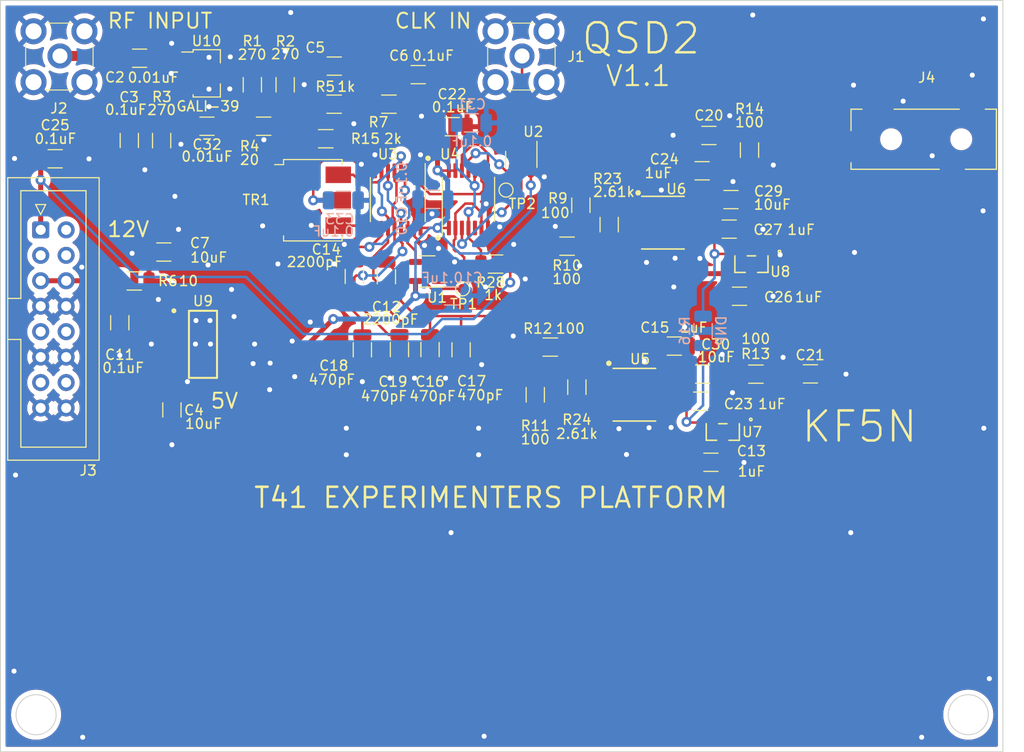
<source format=kicad_pcb>
(kicad_pcb (version 20221018) (generator pcbnew)
  (title_block (title "QSD Divide by Two") (date "2023-07-26"))
  (layers (0 "F.Cu" jumper) (31 "B.Cu" signal) (36 "B.SilkS" user "B.Silkscreen") (37 "F.SilkS" user "F.Silkscreen") (38 "B.Mask" user) (39 "F.Mask" user) (44 "Edge.Cuts" user))
  (net 0 "")
  (net 1 "GND")
  (net 2 "Net-(C2-Pad1)")
  (net 3 "/5V_FILT")
  (net 4 "/12V_FILT")
  (net 5 "Net-(U3-1B2)")
  (net 6 "Net-(U3-1B3)")
  (net 7 "Net-(U3-1B1)")
  (net 8 "Net-(U3-1B4)")
  (net 9 "/SET")
  (net 10 "Net-(C20-Pad2)")
  (net 11 "Net-(C21-Pad2)")
  (net 12 "Net-(C29-Pad2)")
  (net 13 "Net-(C30-Pad2)")
  (net 14 "/12_0V")
  (net 21 "/CLK1")
  (net 23 "/CLK2")
  (net 24 "/LO_Q")
  (net 25 "/LO_I")
  (net 26 "/FB1")
  (net 27 "/FB2")
  (net 29 "/PREN")
  (net 30 "Net-(U3-1A)")
  (net 31 "Net-(C32-Pad2)")
  (net 32 "Net-(U3-2A)")
  (net 33 "/REF_I")
  (net 34 "/REF_Q")
  (net 35 "Net-(U6-VOUT)")
  (net 36 "Net-(U5-VOUT)")
  (net 37 "Net-(U6-IN-)")
  (net 38 "Net-(U6-IN+)")
  (net 39 "Net-(U5-IN-)")
  (net 40 "Net-(U5-IN+)")
  (net 41 "Net-(R23-Pad1)")
  (net 42 "Net-(R23-Pad2)")
  (net 43 "Net-(R24-Pad1)")
  (net 44 "Net-(R24-Pad2)")
  (net 45 "Net-(C2-Pad2)")
  (net 46 "Net-(C32-Pad1)")
  (net 47 "Net-(R2-Pad1)")
  (net 49 "Net-(C33-Pad2)")
  (net 53 "Net-(C5-Pad2)")
  (footprint "Capacitor_SMD:C_1206_3216Metric" (layer "F.Cu") (at 132.5 46.15)
    (fp_text reference "C5")
    (fp_text value "0.1uF")
  )
  (footprint "Resistor_SMD:R_1206_3216Metric" (layer "F.Cu") (at 173.925 54.5375 90)
    (fp_text reference "R14")
    (fp_text value "100")
  )
  (footprint "Resistor_SMD:R_1206_3216Metric" (layer "F.Cu") (at 112.55 67.6)
    (fp_text reference "R6")
    (fp_text value "10")
  )
  (footprint "Resistor_SMD:R_1206_3216Metric" (layer "F.Cu") (at 137.95 49.95)
    (fp_text reference "R7")
    (fp_text value "1k")
  )
  (footprint "Package_TO_SOT_SMD:SOT-23-5" (layer "F.Cu") (at 141.7455 66.651 180)
    (fp_text reference "U1")
    (fp_text value "SN74LVC1G14DBV" hide)
  )
  (footprint "Capacitor_SMD:C_1206_3216Metric" (layer "F.Cu") (at 134.5 67.15 90)
    (fp_text reference "C14")
    (fp_text value "2200pF")
  )
  (footprint "Resistor_SMD:R_1206_3216Metric" (layer "F.Cu") (at 154.05 74.2)
    (fp_text reference "R12")
    (fp_text value "100")
  )
  (footprint "Capacitor_SMD:C_1206_3216Metric" (layer "F.Cu") (at 171.9 62.425)
    (fp_text reference "C27")
    (fp_text value "1uF")
  )
  (footprint "Capacitor_SMD:C_1206_3216Metric" (layer "F.Cu") (at 115.495 64.71)
    (fp_text reference "C7")
    (fp_text value "10uF")
  )
  (footprint "Capacitor_SMD:C_1206_3216Metric" (layer "F.Cu") (at 169.25 76.9)
    (fp_text reference "C30")
    (fp_text value "10uF")
  )
  (footprint "Capacitor_SMD:C_1206_3216Metric" (layer "F.Cu") (at 113.075 45.3625)
    (fp_text reference "C2")
    (fp_text value "0.01uF")
  )
  (footprint "Resistor_SMD:R_1206_3216Metric" (layer "F.Cu") (at 157.1 60.0375 90)
    (fp_text reference "R9")
    (fp_text value "100")
  )
  (footprint "Resistor_SMD:R_1206_3216Metric" (layer "F.Cu") (at 127.6 48.0125 90)
    (fp_text reference "R2")
    (fp_text value "270")
  )
  (footprint "Capacitor_SMD:C_1206_3216Metric" (layer "F.Cu") (at 172.075 59.475)
    (fp_text reference "C29")
    (fp_text value "10uF")
  )
  (footprint "Package_TO_SOT_SMD:SOT-89-3" (layer "F.Cu") (at 119.775 46.875)
    (fp_text reference "U10")
    (fp_text value "GALI-39")
  )
  (footprint "Resistor_SMD:R_1206_3216Metric" (layer "F.Cu") (at 132.4875 49.95)
    (fp_text reference "R5")
    (fp_text value "1k")
  )
  (footprint "Capacitor_SMD:C_1206_3216Metric" (layer "F.Cu") (at 169.2 56.6)
    (fp_text reference "C24")
    (fp_text value "1uF")
  )
  (footprint "Package_SO:TSSOP-16_4.4x5mm_P0.65mm" (layer "F.Cu") (at 138.833 59.476 -90)
    (fp_text reference "U3")
    (fp_text value "SN74CBT3253" hide)
  )
  (footprint "Resistor_SMD:R_1206_3216Metric" (layer "F.Cu") (at 159.925 61.975 90)
    (fp_text reference "R23")
    (fp_text value "2.61k")
  )
  (footprint "AD8129ARZ:R_8_ADI" (layer "F.Cu") (at 165.2862 61.78)
    (fp_text reference "U6")
    (fp_text value "AD8226ARZ-R7")
  )
  (footprint "digikey-footprints:RF_SMA_Vertical_5-1814832-1" (layer "F.Cu") (at 105.035 45.212)
    (fp_text reference "J2")
    (fp_text value "5-1814832-1" hide)
  )
  (footprint "AD8129ARZ:R_8_ADI" (layer "F.Cu") (at 162.4388 78.955)
    (fp_text reference "U5")
    (fp_text value "AD8226ARZ-R7")
  )
  (footprint "Resistor_SMD:R_1206_3216Metric" (layer "F.Cu") (at 156.7 78.2 -90)
    (fp_text reference "R24")
    (fp_text value "2.61k")
  )
  (footprint "AP2120N:SOT-23_DIO" (layer "F.Cu") (at 171.2595 82.677 180)
    (fp_text reference "U7")
    (fp_text value "AP2120N-2.5TRG1" hide)
  )
  (footprint "Package_SO:TSSOP-14_4.4x5mm_P0.65mm" (layer "F.Cu") (at 145.883 59.446 90)
    (fp_text reference "U4")
    (fp_text value "SN74AC74PW" hide)
  )
  (footprint "Resistor_SMD:R_1206_3216Metric" (layer "F.Cu") (at 115.275 53.5875 90)
    (fp_text reference "R3")
    (fp_text value "270")
  )
  (footprint "Capacitor_SMD:C_1206_3216Metric" (layer "F.Cu") (at 137.7 67.175 -90)
    (fp_text reference "C12")
    (fp_text value "2200pF")
  )
  (footprint "Capacitor_SMD:C_1206_3216Metric" (layer "F.Cu") (at 104.65 55.4)
    (fp_text reference "C25")
    (fp_text value "0.1uF")
  )
  (footprint "digikey-footprints:RF_SMA_Vertical_5-1814832-1" (layer "F.Cu") (at 151.13 45.212)
    (fp_text reference "J1")
    (fp_text value "5-1814832-1" hide)
  )
  (footprint "Capacitor_SMD:C_1206_3216Metric" (layer "F.Cu") (at 142.05 74.45 -90)
    (fp_text reference "C16")
    (fp_text value "470pF")
  )
  (footprint "16TSOP:DCY0004A_N" (layer "F.Cu") (at 119.4 73.925)
    (fp_text reference "U9")
    (fp_text value "UA78M05IDCYR")
  )
  (footprint "SJ-3524-SMT:CUI_SJ-3524-SMT" (layer "F.Cu") (at 195.0515 53.45 180)
    (fp_text reference "J4")
    (fp_text value "SJ-3524-SMT" hide)
  )
  (footprint "Capacitor_SMD:C_1206_3216Metric" (layer "F.Cu") (at 140.875 47 180)
    (fp_text reference "C6")
    (fp_text value "0.1uF")
  )
  (footprint "Resistor_SMD:R_1206_3216Metric" (layer "F.Cu") (at 124.325 48.0125 90)
    (fp_text reference "R1")
    (fp_text value "270")
  )
  (footprint "Capacitor_SMD:C_1206_3216Metric" (layer "F.Cu") (at 169.05 79.6)
    (fp_text reference "C23")
    (fp_text value "1uF")
  )
  (footprint "TestPoint:TestPoint_Pad_D1.0mm" (layer "F.Cu") (at 149.633 58.526 90)
    (fp_text reference "TP2")
    (fp_text value "TestPoint" hide)
  )
  (footprint "AP2120N:SOT-23_DIO" (layer "F.Cu") (at 174.117 65.919999 180)
    (fp_text reference "U8")
    (fp_text value "AP2120N-2.5TRG1" hide)
  )
  (footprint "Resistor_SMD:R_1206_3216Metric" (layer "F.Cu") (at 131.65 53.4 180)
    (fp_text reference "R15")
    (fp_text value "2k")
  )
  (footprint "Capacitor_SMD:C_1206_3216Metric" (layer "F.Cu") (at 172.925 69.125)
    (fp_text reference "C26")
    (fp_text value "1uF")
  )
  (footprint "Capacitor_SMD:C_1206_3216Metric" (layer "F.Cu") (at 119.8 52.15)
    (fp_text reference "C32")
    (fp_text value "0.01uF")
  )
  (footprint "Resistor_SMD:R_1206_3216Metric" (layer "F.Cu") (at 148.59 65.913 180)
    (fp_text reference "R28")
    (fp_text value "1k")
  )
  (footprint "Resistor_SMD:R_1206_3216Metric" (layer "F.Cu") (at 174.5625 76.9 180)
    (fp_text reference "R13")
    (fp_text value "100")
  )
  (footprint "Capacitor_SMD:C_1206_3216Metric" (layer "F.Cu") (at 166.425 74.1)
    (fp_text reference "C15")
    (fp_text value "1uF")
  )
  (footprint "Capacitor_SMD:C_1206_3216Metric" (layer "F.Cu") (at 144.272 52.197 180)
    (fp_text reference "C22")
    (fp_text value "0.1uF")
  )
  (footprint "Capacitor_SMD:C_1206_3216Metric" (layer "F.Cu") (at 145.15 74.475 -90)
    (fp_text reference "C17")
    (fp_text value "470pF")
  )
  (footprint "Capacitor_SMD:C_1206_3216Metric" (layer "F.Cu") (at 180 76.875 180)
    (fp_text reference "C21")
    (fp_text value "Not used" hide)
  )
  (footprint "Resistor_SMD:R_1206_3216Metric" (layer "F.Cu") (at 155.725 64.125)
    (fp_text reference "R10")
    (fp_text value "100")
  )
  (footprint "Capacitor_SMD:C_1206_3216Metric" (layer "F.Cu") (at 112.05 53.575 -90)
    (fp_text reference "C3")
    (fp_text value "0.1uF")
  )
  (footprint "Package_TO_SOT_SMD:SOT-23-5" (layer "F.Cu") (at 151.158 55.4635 -90)
    (fp_text reference "U2")
    (fp_text value "SN74LVC1G14DBV" hide)
  )
  (footprint "TestPoint:TestPoint_Pad_D1.0mm" (layer "F.Cu") (at 145.303 68.386 -90)
    (fp_text reference "TP1")
    (fp_text value "TestPoint" hide)
  )
  (footprint "Capacitor_SMD:C_1206_3216Metric" (layer "F.Cu") (at 169.875 53.075)
    (fp_text reference "C20")
    (fp_text value "Not used" hide)
  )
  (footprint "RF_Mini-Circuits:Mini-Circuits_CD637_H5.23mm" (layer "F.Cu") (at 130.36 59.54)
    (fp_text reference "TR1")
    (fp_text value "ADT4-6T" hide)
  )
  (footprint "Capacitor_SMD:C_1206_3216Metric" (layer "F.Cu") (at 135.3 74.475 -90)
    (fp_text reference "C18")
    (fp_text value "470pF")
  )
  (footprint "Capacitor_SMD:C_1206_3216Metric" (layer "F.Cu") (at 139 74.45 -90)
    (fp_text reference "C19")
    (fp_text value "470pF")
  )
  (footprint "Resistor_SMD:R_1206_3216Metric" (layer "F.Cu") (at 125.45 52.15)
    (fp_text reference "R4")
    (fp_text value "20")
  )
  (footprint "Resistor_SMD:R_1206_3216Metric" (layer "F.Cu") (at 152.55 78.9625 -90)
    (fp_text reference "R11")
    (fp_text value "100")
  )
  (footprint "Capacitor_SMD:C_1206_3216Metric" (layer "F.Cu") (at 111.1 71.77 -90)
    (fp_text reference "C11")
    (fp_text value "0.1uF")
  )
  (footprint "Capacitor_SMD:C_1206_3216Metric" (layer "F.Cu") (at 116.3 80.475 -90)
    (fp_text reference "C4")
    (fp_text value "10uF")
  )
  (footprint "Connector_IDC:IDC-Header_2x08_P2.54mm_Vertical" (layer "F.Cu") (at 103.21 62.5)
    (fp_text reference "J3")
    (fp_text value "Conn_02x08_Odd_Even" hide)
  )
  (footprint "Capacitor_SMD:C_1206_3216Metric" (layer "F.Cu") (at 170.075 85.7)
    (fp_text reference "C13")
    (fp_text value "1uF")
  )
  (footprint "Capacitor_SMD:C_1206_3216Metric" (layer "B.Cu") (at 133.4 59.55 180)
    (fp_text reference "C33")
    (fp_text value "0.1uF")
  )
  (footprint "Capacitor_SMD:C_1206_3216Metric" (layer "B.Cu") (at 144.194 69.088 180)
    (fp_text reference "C1")
    (fp_text value "0.1uF")
  )
  (footprint "Capacitor_SMD:C_1206_3216Metric" (layer "B.Cu") (at 142.333 59.451)
    (fp_text reference "C10")
    (fp_text value "0.1uF")
  )
  (footprint "Capacitor_SMD:C_1206_3216Metric" (layer "B.Cu") (at 146.177 51.816 180)
    (fp_text reference "C31")
    (fp_text value "0.1uF")
  )
  (footprint "Resistor_SMD:R_1206_3216Metric" (layer "B.Cu") (at 169.291 72.5825 -90)
    (fp_text reference "R16")
    (fp_text value "DNP")
  )
  (gr_circle (center 142.85 63.3) (end 143.05 63.3) (stroke (width 0.15)) (fill solid) (layer "F.SilkS"))
  (gr_circle (center 162.814 58.801) (end 163.014 58.801) (stroke (width 0.15)) (fill solid) (layer "F.SilkS"))
  (gr_circle (center 159.893 75.819) (end 160.093 75.819) (stroke (width 0.15)) (fill solid) (layer "F.SilkS"))
  (gr_circle (center 141.85 55.35) (end 142.05 55.35) (stroke (width 0.15)) (fill solid) (layer "F.SilkS"))
  (gr_circle (center 195.75 110.9) (end 197.75 110.9) (stroke (width 0.1)) (fill none) (layer "Edge.Cuts"))
  (gr_rect (start 99.2 39.6) (end 199.2 114.6) (stroke (width 0.1)) (fill none) (layer "Edge.Cuts"))
  (gr_circle (center 102.75 110.9) (end 104.75 110.9) (stroke (width 0.1)) (fill none) (layer "Edge.Cuts"))
  (gr_text "V1.1" (at 159.45 48.3) (layer "F.SilkS") (effects (font (size 2 2) (thickness 0.2)) (justify left bottom)))
  (gr_text "CLK IN" (at 138.41 42.51) (layer "F.SilkS") (effects (font (size 1.5 1.5) (thickness 0.2)) (justify left bottom)))
  (gr_text "12V" (at 109.75 63.32) (layer "F.SilkS") (effects (font (size 1.5 1.5) (thickness 0.2)) (justify left bottom)))
  (gr_text "T41 EXPERIMENTERS PLATFORM" (at 124.35 90.4) (layer "F.SilkS") (effects (font (size 2 2) (thickness 0.25)) (justify left bottom)))
  (gr_text "QSD2" (at 157 45.15) (layer "F.SilkS") (effects (font (size 3 3) (thickness 0.25)) (justify left bottom)))
  (gr_text "5V" (at 120.05 80.45) (layer "F.SilkS") (effects (font (size 1.5 1.5) (thickness 0.2)) (justify left bottom)))
  (gr_text "KF5N" (at 178.95 83.9) (layer "F.SilkS") (effects (font (size 3 3) (thickness 0.25)) (justify left bottom)))
  (gr_text "RF INPUT" (at 109.76 42.51) (layer "F.SilkS") (effects (font (size 1.5 1.5) (thickness 0.2)) (justify left bottom)))
  (segment (start 140.458 61.142) (end 140.75 60.85) (width 0.25) (layer "F.Cu") (net 1))
  (segment (start 147.833 62.3085) (end 147.833 63.633) (width 0.25) (layer "F.Cu") (net 1))
  (segment (start 141.108 55.008) (end 141.1 55) (width 0.25) (layer "F.Cu") (net 1))
  (segment (start 142.883 65.701) (end 144.499 65.701) (width 0.25) (layer "F.Cu") (net 1))
  (segment (start 149.2 62.7) (end 149.2 62.3) (width 0.25) (layer "F.Cu") (net 1))
  (segment (start 140.75 60.85) (end 142.2 60.85) (width 0.25) (layer "F.Cu") (net 1))
  (segment (start 147.833 60.083) (end 147.65 59.9) (width 0.25) (layer "F.Cu") (net 1))
  (segment (start 136.558 55.008) (end 136.55 55) (width 0.25) (layer "F.Cu") (net 1))
  (segment (start 140.458 62.3385) (end 140.458 61.142) (width 0.25) (layer "F.Cu") (net 1))
  (segment (start 147.833 63.633) (end 148.05 63.85) (width 0.25) (layer "F.Cu") (net 1))
  (segment (start 140.458 63.108) (end 141.4 64.05) (width 0.25) (layer "F.Cu") (net 1))
  (segment (start 141.4 64.05) (end 141.5 64.05) (width 0.25) (layer "F.Cu") (net 1))
  (segment (start 142.2 60.85) (end 142.25 60.9) (width 0.25) (layer "F.Cu") (net 1))
  (segment (start 147.833 62.3085) (end 147.833 60.083) (width 0.25) (layer "F.Cu") (net 1))
  (segment (start 144.499 65.701) (end 144.5 65.7) (width 0.25) (layer "F.Cu") (net 1))
  (segment (start 140.458 62.3385) (end 140.458 63.108) (width 0.25) (layer "F.Cu") (net 1))
  (segment (start 141.108 56.6135) (end 141.108 55.008) (width 0.25) (layer "F.Cu") (net 1))
  (segment (start 148.05 63.85) (end 149.2 62.7) (width 0.25) (layer "F.Cu") (net 1))
  (segment (start 136.558 56.6135) (end 136.558 55.008) (width 0.25) (layer "F.Cu") (net 1))
  (via (at 120 45.275) (size 1) (drill 0.5) (layers "F.Cu" "B.Cu") (net 1))
  (via (at 142.25 60.9) (size 1) (drill 0.5) (layers "F.Cu" "B.Cu") (net 1))
  (via (at 122.075 48.425) (size 1) (drill 0.5) (layers "F.Cu" "B.Cu") (net 1))
  (via (at 150.4 63.95) (size 1) (drill 0.5) (layers "F.Cu" "B.Cu") (net 1))
  (via (at 184.025 92.725) (size 1) (drill 0.5) (layers "F.Cu" "B.Cu") (net 1))
  (via (at 133.7 82.3) (size 1) (drill 0.5) (layers "F.Cu" "B.Cu") (net 1))
  (via (at 112.33 64.84) (size 1) (drill 0.5) (layers "F.Cu" "B.Cu") (net 1))
  (via (at 197.85 107.3) (size 1) (drill 0.5) (layers "F.Cu" "B.Cu") (net 1))
  (via (at 126.1 75.8) (size 1) (drill 0.5) (layers "F.Cu" "B.Cu") (net 1))
  (via (at 156.98 66.09) (size 1) (drill 0.5) (layers "F.Cu" "B.Cu") (net 1))
  (via (at 172.275 57.675) (size 1) (drill 0.5) (layers "F.Cu" "B.Cu") (net 1))
  (via (at 150.35 73.1) (size 1) (drill 0.5) (layers "F.Cu" "B.Cu") (net 1))
  (via (at 142.9 64.35) (size 1) (drill 0.5) (layers "F.Cu" "B.Cu") (net 1))
  (via (at 108.03 55.41) (size 1) (drill 0.5) (layers "F.Cu" "B.Cu") (net 1))
  (via (at 166.1 82.225) (size 1) (drill 0.5) (layers "F.Cu" "B.Cu") (net 1))
  (via (at 116.96 62.45) (size 1) (drill 0.5) (layers "F.Cu" "B.Cu") (net 1))
  (via (at 166.37 68.199) (size 1) (drill 0.5) (layers "F.Cu" "B.Cu") (net 1))
  (via (at 133.5 63.95) (size 1) (drill 0.5) (layers "F.Cu" "B.Cu") (net 1))
  (via (at 141.5 64.05) (size 1) (drill 0.5) (layers "F.Cu" "B.Cu") (net 1))
  (via (at 114.95 69.45) (size 1) (drill 0.5) (layers "F.Cu" "B.Cu") (net 1))
  (via (at 166.3 53.05) (size 1) (drill 0.5) (layers "F.Cu" "B.Cu") (net 1))
  (via (at 161.65 84.925) (size 1) (drill 0.5) (layers "F.Cu" "B.Cu") (net 1))
  (via (at 175.26 62.44) (size 1) (drill 0.5) (layers "F.Cu" "B.Cu") (net 1))
  (via (at 122.5 71.15) (size 1) (drill 0.5) (layers "F.Cu" "B.Cu") (net 1))
  (via (at 143.6 77.3) (size 1) (drill 0.5) (layers "F.Cu" "B.Cu") (net 1))
  (via (at 124.4 75.85) (size 1) (drill 0.5) (layers "F.Cu" "B.Cu") (net 1))
  (via (at 135.3 77.65) (size 1) (drill 0.5) (layers "F.Cu" "B.Cu") (net 1))
  (via (at 197.225 60.6) (size 1) (drill 0.5) (layers "F.Cu" "B.Cu") (net 1))
  (via (at 196.15 47.05) (size 1) (drill 0.5) (layers "F.Cu" "B.Cu") (net 1))
  (via (at 120 50.2) (size 1) (drill 0.5) (layers "F.Cu" "B.Cu") (net 1))
  (via (at 191.1 113.15) (size 1) (drill 0.5) (layers "F.Cu" "B.Cu") (net 1))
  (via (at 111.1 75.02) (size 1) (drill 0.5) (layers "F.Cu" "B.Cu") (net 1))
  (via (at 118.7 71.55) (size 1) (drill 0.5) (layers "F.Cu" "B.Cu") (net 1))
  (via (at 176.98 64.99) (size 1) (drill 0.5) (layers "F.Cu" "B.Cu") (net 1))
  (via (at 177.275 75.225) (size 1) (drill 0.5) (layers "F.Cu" "B.Cu") (net 1))
  (via (at 132.5 65.9) (size 1) (drill 0.5) (layers "F.Cu" "B.Cu") (net 1))
  (via (at 147.2 75.95) (size 1) (drill 0.5) (layers "F.Cu" "B.Cu") (net 1))
  (via (at 114.25 73.9) (size 1) (drill 0.5) (layers "F.Cu" "B.Cu") (net 1))
  (via (at 126.875 65.9) (size 1) (drill 0.5) (layers "F.Cu" "B.Cu") (net 1))
  (via (at 160.9 82.35) (size 1) (drill 0.5) (layers "F.Cu" "B.Cu") (net 1))
  (via (at 117.2 53.95) (size 1) (drill 0.5) (layers "F.Cu" "B.Cu") (net 1))
  (via (at 125.35 62.1) (size 1) (drill 0.5) (layers "F.Cu" "B.Cu") (net 1))
  (via (at 135.2 55.95) (size 1) (drill 0.5) (layers "F.Cu" "B.Cu") (net 1))
  (via (at 119.9 66) (size 1) (drill 0.5) (layers "F.Cu" "B.Cu") (net 1))
  (via (at 100.6 55.375) (size 1) (drill 0.5) (layers "F.Cu" "B.Cu") (net 1))
  (via (at 151.55 67.4) (size 1) (drill 0.5) (layers "F.Cu" "B.Cu") (net 1))
  (via (at 116.6 59.15) (size 1) (drill 0.5) (layers "F.Cu" "B.Cu") (net 1))
  (via (at 163.9 82.25) (size 1) (drill 0.5) (layers "F.Cu" "B.Cu") (net 1))
  (via (at 173.37 85.72) (size 1) (drill 0.5) (layers "F.Cu" "B.Cu") (net 1))
  (via (at 116.275 43.875) (size 1) (drill 0.5) (layers "F.Cu" "B.Cu") (net 1))
  (via (at 172.225 78.75) (size 1) (drill 0.5) (layers "F.Cu" "B.Cu") (net 1))
  (via (at 117.85 77.65) (size 1) (drill 0.5) (layers "F.Cu" "B.Cu") (net 1))
  (via (at 174.25 41.05) (size 1) (drill 0.5) (layers "F.Cu" "B.Cu") (net 1))
  (via (at 147.65 59.9) (size 1) (drill 0.5) (layers "F.Cu" "B.Cu") (net 1))
  (via (at 184.3 48.05) (size 1) (drill 0.5) (layers "F.Cu" "B.Cu") (net 1))
  (via (at 100.7 86.975) (size 1) (drill 0.5) (layers "F.Cu" "B.Cu") (net 1))
  (via (at 133.7 84.95) (size 1) (drill 0.5) (layers "F.Cu" "B.Cu") (net 1))
  (via (at 138.05 77.3) (size 1) (drill 0.5) (layers "F.Cu" "B.Cu") (net 1))
  (via (at 153.45 57.2) (size 1) (drill 0.5) (layers "F.Cu" "B.Cu") (net 1))
  (via (at 120.15 73.9) (size 1) (drill 0.5) (layers "F.Cu" "B.Cu") (net 1))
  (via (at 141.2 51.15) (size 1) (drill 0.5) (layers "F.Cu" "B.Cu") (net 1))
  (via (at 125.475 53.5) (size 1) (drill 0.5) (layers "F.Cu" "B.Cu") (net 1))
  (via (at 128.55 77.15) (size 1) (drill 0.5) (layers "F.Cu" "B.Cu") (net 1))
  (via (at 107.4 113.15) (size 1) (drill 0.5) (layers "F.Cu" "B.Cu") (net 1))
  (via (at 130.1 71.7) (size 1) (drill 0.5) (layers "F.Cu" "B.Cu") (net 1))
  (via (at 184.4 64.75) (size 1) (drill 0.5) (layers "F.Cu" "B.Cu") (net 1))
  (via (at 116.225 46.875) (size 1) (drill 0.5) (layers "F.Cu" "B.Cu") (net 1))
  (via (at 118.65 73.9) (size 1) (drill 0.5) (layers "F.Cu" "B.Cu") (net 1))
  (via (at 183.55 76.9) (size 1) (drill 0.5) (layers "F.Cu" "B.Cu") (net 1))
  (via (at 116.3 83.95) (size 1) (drill 0.5) (layers "F.Cu" "B.Cu") (net 1))
  (via (at 107.31 66.22) (size 1) (drill 0.5) (layers "F.Cu" "B.Cu") (net 1))
  (via (at 128.15 40.8) (size 1) (drill 0.5) (layers "F.Cu" "B.Cu") (net 1))
  (via (at 144.15 92.725) (size 1) (drill 0.5) (layers "F.Cu" "B.Cu") (net 1))
  (via (at 146.9 84.95) (size 1) (drill 0.5) (layers "F.Cu" "B.Cu") (net 1))
  (via (at 144.5 65.7) (size 1) (drill 0.5) (layers "F.Cu" "B.Cu") (net 1))
  (via (at 124.55 73.9) (size 1) (drill 0.5) (layers "F.Cu" "B.Cu") (net 1))
  (via (at 171.196 74.93) (size 1) (drill 0.5) (layers "F.Cu" "B.Cu") (net 1))
  (via (at 140.5 77.3) (size 1) (drill 0.5) (layers "F.Cu" "B.Cu") (net 1))
  (via (at 147.45 113.05) (size 1) (drill 0.5) (layers "F.Cu" "B.Cu") (net 1))
  (via (at 163.65 65.75) (size 1) (drill 0.5) (layers "F.Cu" "B.Cu") (net 1))
  (via (at 197.26 41.44) (size 1) (drill 0.5) (layers "F.Cu" "B.Cu") (net 1))
  (via (at 163.44 75.58) (size 1) (drill 0.5) (layers "F.Cu" "B.Cu") (net 1))
  (via (at 176.3 56.03) (size 1) (drill 0.5) (layers "F.Cu" "B.Cu") (net 1))
  (via (at 146.9 82.3) (size 1) (drill 0.5) (layers "F.Cu" "B.Cu") (net 1))
  (via (at 128.3 73.6) (size 1) (drill 0.5) (layers "F.Cu" "B.Cu") (net 1))
  (via (at 166.5 65.325) (size 1) (drill 0.5) (layers "F.Cu" "B.Cu") (net 1))
  (via (at 189.25 49.65) (size 1) (drill 0.5) (layers "F.Cu" "B.Cu") (net 1))
  (via (at 176.27 69.13) (size 1) (drill 0.5) (layers "F.Cu" "B.Cu") (net 1))
  (via (at 120.1 71.55) (size 1) (drill 0.5) (layers "F.Cu" "B.Cu") (net 1))
  (via (at 197.3 82.3) (size 1) (drill 0.5) (layers "F.Cu" "B.Cu") (net 1))
  (via (at 127.6 44.65) (size 1) (drill 0.5) (layers "F.Cu" "B.Cu") (net 1))
  (via (at 129.5 48) (size 1) (drill 0.5) (layers "F.Cu" "B.Cu") (net 1))
  (via (at 168.975 65.35) (size 1) (drill 0.5) (layers "F.Cu" "B.Cu") (net 1))
  (via (at 192.15 55.1) (size 1) (drill 0.5) (layers "F.Cu" "B.Cu") (net 1))
  (via (at 171.95 51.1) (size 1) (drill 0.5) (layers "F.Cu" "B.Cu") (net 1))
  (via (at 122.125 45.225) (size 1) (drill 0.5) (layers "F.Cu" "B.Cu") (net 1))
  (via (at 130.2 62.05) (size 1) (drill 0.5) (layers "F.Cu" "B.Cu") (net 1))
  (via (at 113.6 56.5) (size 1) (drill 0.5) (layers "F.Cu" "B.Cu") (net 1))
  (via (at 147.6 68.2) (size 1) (drill 0.5) (layers "F.Cu" "B.Cu") (net 1))
  (via (at 134.45 51.9) (size 1) (drill 0.5) (layers "F.Cu" "B.Cu") (net 1))
  (via (at 100.55 106.55) (size 1) (drill 0.5) (layers "F.Cu" "B.Cu") (net 1))
  (via (at 141.1 55) (size 1) (drill 0.5) (layers "F.Cu" "B.Cu") (net 1))
  (via (at 167.45 72.2) (size 1) (drill 0.5) (layers "F.Cu" "B.Cu") (net 1))
  (via (at 136.55 55) (size 1) (drill 0.5) (layers "F.Cu" "B.Cu") (net 1))
  (via (at 122.25 68.45) (size 1) (drill 0.5) (layers "F.Cu" "B.Cu") (net 1))
  (via (at 154.55 62.15) (size 1) (drill 0.5) (layers "F.Cu" "B.Cu") (net 1))
  (via (at 149 62.2) (size 1) (drill 0.5) (layers "F.Cu" "B.Cu") (net 1))
  (via (at 126.05 78.45) (size 1) (drill 0.5) (layers "F.Cu" "B.Cu") (net 1))
  (via (at 165.125 58.525) (size 1) (drill 0.5) (layers "F.Cu" "B.Cu") (net 1))
  (via (at 120 48.45) (size 1) (drill 0.5) (layers "F.Cu" "B.Cu") (net 1))
  (segment (start 111.3745 45.137) (end 111.6 45.3625) (width 1) (layer "F.Cu") (net 2))
  (segment (start 105.135 45.137) (end 111.3745 45.137) (width 1) (layer "F.Cu") (net 2))
  (segment (start 164.960001 66.864999) (end 164.95 66.875) (width 0.5) (layer "F.Cu") (net 3))
  (segment (start 116.3 76.25) (end 116.275 76.225) (width 0.5) (layer "F.Cu") (net 3))
  (segment (start 171.449999 66.864999) (end 174.117 66.864999) (width 0.5) (layer "F.Cu") (net 3))
  (segment (start 116.3 79) (end 116.3 76.25) (width 0.5) (layer "F.Cu") (net 3))
  (segment (start 164.95 66.875) (end 164.95 74.1) (width 0.5) (layer "F.Cu") (net 3))
  (segment (start 167.75 59.875) (end 167.75 56.625) (width 0.5) (layer "F.Cu") (net 3))
  (segment (start 152.108 58.042) (end 152.1 58.05) (width 0.25) (layer "F.Cu") (net 3))
  (segment (start 142.8085 62.3085) (end 142.8 62.3) (width 0.25) (layer "F.Cu") (net 3))
  (segment (start 144.583 56.5835) (end 143.933 56.5835) (width 0.25) (layer "F.Cu") (net 3))
  (segment (start 140.608 69.092) (end 140.6 69.1) (width 0.5) (layer "F.Cu") (net 3))
  (segment (start 142.6835 56.5835) (end 142.65 56.55) (width 0.25) (layer "F.Cu") (net 3))
  (segment (start 168.6 85.7) (end 168.599999 83.639999) (width 0.5) (layer "F.Cu") (net 3))
  (segment (start 142.797 50.303) (end 142.797 52.197) (width 0.25) (layer "F.Cu") (net 3))
  (segment (start 142.8 50.3) (end 142.797 50.303) (width 0.25) (layer "F.Cu") (net 3))
  (segment (start 171.449999 66.864999) (end 171.45 69.125) (width 0.5) (layer "F.Cu") (net 3))
  (segment (start 168.599999 83.639999) (end 162.625 83.639999) (width 0.5) (layer "F.Cu") (net 3))
  (segment (start 164.95 65.3) (end 164.95 66.875) (width 0.5) (layer "F.Cu") (net 3))
  (segment (start 168.617998 83.622) (end 168.599999 83.639999) (width 0.5) (layer "F.Cu") (net 3))
  (segment (start 126.65 77.15) (end 126.1 77.15) (width 0.5) (layer "F.Cu") (net 3))
  (segment (start 165.2 65.05) (end 164.95 65.3) (width 0.5) (layer "F.Cu") (net 3))
  (segment (start 164.9026 77.05) (end 162.625 77.05) (width 0.5) (layer "F.Cu") (net 3))
  (segment (start 143.933 56.5835) (end 142.6835 56.5835) (width 0.25) (layer "F.Cu") (net 3))
  (segment (start 152.108 56.601) (end 152.108 58.042) (width 0.25) (layer "F.Cu") (net 3))
  (segment (start 139.4 49.9375) (end 139.4125 49.95) (width 0.25) (layer "F.Cu") (net 3))
  (segment (start 142.797 52.197) (end 142.797 56.403) (width 0.5) (layer "F.Cu") (net 3))
  (segment (start 142.797 56.403) (end 142.65 56.55) (width 0.5) (layer "F.Cu") (net 3))
  (segment (start 162.625 83.639999) (end 133.139999 83.639999) (width 0.5) (layer "F.Cu") (net 3))
  (segment (start 171.2595 83.622) (end 168.617998 83.622) (width 0.5) (layer "F.Cu") (net 3))
  (segment (start 164.9026 77.05) (end 164.9026 74.1474) (width 0.5) (layer "F.Cu") (net 3))
  (segment (start 141.1465 62.3) (end 141.108 62.3385) (width 0.25) (layer "F.Cu") (net 3))
  (segment (start 132.4 71.4) (end 126.65 77.15) (width 0.5) (layer "F.Cu") (net 3))
  (segment (start 164.9026 74.1474) (end 164.95 74.1) (width 0.5) (layer "F.Cu") (net 3))
  (segment (start 165.2 59.875) (end 165.2 65.05) (width 0.5) (layer "F.Cu") (net 3))
  (segment (start 142.8 62.3) (end 141.1465 62.3) (width 0.25) (layer "F.Cu") (net 3))
  (segment (start 167.75 56.625) (end 167.725 56.6) (width 0.5) (layer "F.Cu") (net 3))
  (segment (start 139.4 47) (end 139.4 49.9375) (width 0.5) (layer "F.Cu") (net 3))
  (segment (start 120.7 77.15) (end 126.1 77.15) (width 0.5) (layer "F.Cu") (net 3))
  (segment (start 116.275 76.225) (end 119.775 76.225) (width 0.5) (layer "F.Cu") (net 3))
  (segment (start 143.933 62.3085) (end 142.8085 62.3085) (width 0.25) (layer "F.Cu") (net 3))
  (segment (start 171.449999 66.864999) (end 164.960001 66.864999) (width 0.5) (layer "F.Cu") (net 3))
  (segment (start 167.75 59.875) (end 165.2 59.875) (width 0.5) (layer "F.Cu") (net 3))
  (segment (start 162.625 77.05) (end 162.625 83.639999) (width 0.5) (layer "F.Cu") (net 3))
  (segment (start 140.608 67.601) (end 140.608 69.092) (width 0.5) (layer "F.Cu") (net 3))
  (segment (start 142.45 49.95) (end 142.8 50.3) (width 0.25) (layer "F.Cu") (net 3))
  (segment (start 139.4125 49.95) (end 142.45 49.95) (width 0.25) (layer "F.Cu") (net 3))
  (segment (start 133.139999 83.639999) (end 126.65 77.15) (width 0.5) (layer "F.Cu") (net 3))
  (segment (start 119.775 76.225) (end 120.7 77.15) (width 0.5) (layer "F.Cu") (net 3))
  (via (at 132.4 71.4) (size 1) (drill 0.5) (layers "F.Cu" "B.Cu") (net 3))
  (via (at 142.8 62.3) (size 1) (drill 0.5) (layers "F.Cu" "B.Cu") (net 3))
  (via (at 140.6 69.1) (size 1) (drill 0.5) (layers "F.Cu" "B.Cu") (net 3))
  (via (at 152.1 58.05) (size 1) (drill 0.5) (layers "F.Cu" "B.Cu") (net 3))
  (via (at 142.8 56.55) (size 1) (drill 0.5) (layers "F.Cu" "B.Cu") (net 3))
  (segment (start 143.808 59.451) (end 143.808 57.558) (width 0.5) (layer "B.Cu") (net 3))
  (segment (start 142.8 62.3) (end 142.05 62.3) (width 0.25) (layer "B.Cu") (net 3))
  (segment (start 143.4 62.9) (end 142.8 62.3) (width 0.25) (layer "B.Cu") (net 3))
  (segment (start 143.808 57.558) (end 142.8 56.55) (width 0.5) (layer "B.Cu") (net 3))
  (segment (start 140.6 63.75) (end 140.6 69.1) (width 0.25) (layer "B.Cu") (net 3))
  (segment (start 152.1 60.566727) (end 147.816727 64.85) (width 0.25) (layer "B.Cu") (net 3))
  (segment (start 152.1 58.05) (end 152.1 60.566727) (width 0.25) (layer "B.Cu") (net 3))
  (segment (start 147.816727 64.85) (end 145 64.85) (width 0.25) (layer "B.Cu") (net 3))
  (segment (start 143.808 61.292) (end 142.8 62.3) (width 0.5) (layer "B.Cu") (net 3))
  (segment (start 145 64.85) (end 143.4 63.25) (width 0.25) (layer "B.Cu") (net 3))
  (segment (start 132.4 71.4) (end 138.3 71.4) (width 0.5) (layer "B.Cu") (net 3))
  (segment (start 138.3 71.4) (end 140.6 69.1) (width 0.5) (layer "B.Cu") (net 3))
  (segment (start 142.05 62.3) (end 140.6 63.75) (width 0.25) (layer "B.Cu") (net 3))
  (segment (start 142.707 69.1) (end 142.719 69.088) (width 0.5) (layer "B.Cu") (net 3))
  (segment (start 143.808 59.451) (end 143.808 61.292) (width 0.5) (layer "B.Cu") (net 3))
  (segment (start 140.6 69.1) (end 142.707 69.1) (width 0.5) (layer "B.Cu") (net 3))
  (segment (start 143.4 63.25) (end 143.4 62.9) (width 0.25) (layer "B.Cu") (net 3))
  (segment (start 114.02 59.98) (end 115.275 58.725) (width 0.5) (layer "F.Cu") (net 4))
  (segment (start 115.275 58.725) (end 115.275 55.05) (width 0.5) (layer "F.Cu") (net 4))
  (segment (start 114.0125 67.6) (end 114.0125 64.7175) (width 0.5) (layer "F.Cu") (net 4))
  (segment (start 115.47 67.6) (end 114.0125 67.6) (width 0.5) (layer "F.Cu") (net 4))
  (segment (start 115.275 55.05) (end 112.05 55.05) (width 0.5) (layer "F.Cu") (net 4))
  (segment (start 116.275 68.385) (end 115.48 67.59) (width 0.5) (layer "F.Cu") (net 4))
  (segment (start 114.0125 64.7175) (end 114.02 64.71) (width 0.5) (layer "F.Cu") (net 4))
  (segment (start 116.275 71.625) (end 116.275 68.385) (width 0.5) (layer "F.Cu") (net 4))
  (segment (start 115.48 67.59) (end 115.47 67.6) (width 0.5) (layer "F.Cu") (net 4))
  (segment (start 114.02 64.71) (end 114.02 59.98) (width 0.5) (layer "F.Cu") (net 4))
  (segment (start 138.508 57.591273) (end 138.7 57.783273) (width 0.25) (layer "F.Cu") (net 5))
  (segment (start 137.7 64.7) (end 137.7 65.7) (width 0.25) (layer "F.Cu") (net 5))
  (segment (start 145.15 73) (end 145.15 71.1) (width 0.25) (layer "F.Cu") (net 5))
  (segment (start 149.55 71.058272) (end 149.55 71.1) (width 0.25) (layer "F.Cu") (net 5))
  (segment (start 154.25 66.358272) (end 154.25 64.1375) (width 0.25) (layer "F.Cu") (net 5))
  (segment (start 138.7 57.783273) (end 138.7 59.65) (width 0.25) (layer "F.Cu") (net 5))
  (segment (start 154.25 66.358272) (end 149.55 71.058272) (width 0.25) (layer "F.Cu") (net 5))
  (segment (start 154.25 64.1375) (end 154.2625 64.125) (width 0.25) (layer "F.Cu") (net 5))
  (segment (start 138.508 61.374727) (end 138.508 62.3385) (width 0.25) (layer "F.Cu") (net 5))
  (segment (start 139.15 67.15) (end 139.15 69.6) (width 0.25) (layer "F.Cu") (net 5))
  (segment (start 140.65 71.1) (end 145.15 71.1) (width 0.25) (layer "F.Cu") (net 5))
  (segment (start 138.325 60.025) (end 138.325 61.191727) (width 0.25) (layer "F.Cu") (net 5))
  (segment (start 138.325 61.191727) (end 138.508 61.374727) (width 0.25) (layer "F.Cu") (net 5))
  (segment (start 138.508 56.6135) (end 138.508 57.591273) (width 0.25) (layer "F.Cu") (net 5))
  (segment (start 145.15 71.1) (end 149.55 71.1) (width 0.25) (layer "F.Cu") (net 5))
  (segment (start 138.7 59.65) (end 138.325 60.025) (width 0.25) (layer "F.Cu") (net 5))
  (segment (start 138.508 63.892) (end 137.7 64.7) (width 0.25) (layer "F.Cu") (net 5))
  (segment (start 137.7 65.7) (end 139.15 67.15) (width 0.25) (layer "F.Cu") (net 5))
  (segment (start 139.15 69.6) (end 140.65 71.1) (width 0.25) (layer "F.Cu") (net 5))
  (segment (start 138.508 62.3385) (end 138.508 63.892) (width 0.25) (layer "F.Cu") (net 5))
  (segment (start 142.05 71.6) (end 139.05 71.6) (width 0.25) (layer "F.Cu") (net 6))
  (segment (start 142.05 72.975) (end 142.05 71.6) (width 0.25) (layer "F.Cu") (net 6))
  (segment (start 142.05 74.1) (end 142.05 72.975) (width 0.25) (layer "F.Cu") (net 6))
  (segment (start 152.4 69.375) (end 147.675 74.1) (width 0.25) (layer "F.Cu") (net 6))
  (segment (start 137.858 62.3385) (end 137.858 61.258) (width 0.25) (layer "F.Cu") (net 6))
  (segment (start 137.858 62.3385) (end 137.858 63.7469) (width 0.25) (layer "F.Cu") (net 6))
  (segment (start 152.425 69.375) (end 152.4 69.375) (width 0.25) (layer "F.Cu") (net 6))
  (segment (start 139.05 71.6) (end 137.7 70.25) (width 0.25) (layer "F.Cu") (net 6))
  (segment (start 147.675 74.1) (end 142.05 74.1) (width 0.25) (layer "F.Cu") (net 6))
  (segment (start 139.158 55.158) (end 139.15 55.15) (width 0.25) (layer "F.Cu") (net 6))
  (segment (start 157.1 61.5) (end 155.95 61.5) (width 0.25) (layer "F.Cu") (net 6))
  (segment (start 155.75 66.05) (end 152.425 69.375) (width 0.25) (layer "F.Cu") (net 6))
  (segment (start 155.75 61.7) (end 155.75 66.05) (width 0.25) (layer "F.Cu") (net 6))
  (segment (start 136.4 67.35) (end 137.7 68.65) (width 0.25) (layer "F.Cu") (net 6))
  (segment (start 137.858 63.7469) (end 136.4 65.2049) (width 0.25) (layer "F.Cu") (net 6))
  (segment (start 136.4 65.2049) (end 136.4 67.35) (width 0.25) (layer "F.Cu") (net 6))
  (segment (start 155.95 61.5) (end 155.75 61.7) (width 0.25) (layer "F.Cu") (net 6))
  (segment (start 139.158 56.6135) (end 139.158 55.158) (width 0.25) (layer "F.Cu") (net 6))
  (segment (start 137.7 70.25) (end 137.7 68.65) (width 0.25) (layer "F.Cu") (net 6))
  (segment (start 137.858 61.258) (end 137.25 60.65) (width 0.25) (layer "F.Cu") (net 6))
  (via (at 139.15 55.15) (size 1) (drill 0.5) (layers "F.Cu" "B.Cu") (net 6))
  (via (at 137.25 60.65) (size 1) (drill 0.5) (layers "F.Cu" "B.Cu") (net 6))
  (segment (start 136.95 58.75) (end 137.25 59.05) (width 0.25) (layer "B.Cu") (net 6))
  (segment (start 137.25 59.05) (end 137.25 60.65) (width 0.25) (layer "B.Cu") (net 6))
  (segment (start 136.95 57.75) (end 139.15 55.55) (width 0.25) (layer "B.Cu") (net 6))
  (segment (start 139.15 55.55) (end 139.15 55.15) (width 0.25) (layer "B.Cu") (net 6))
  (segment (start 136.95 57.75) (end 136.95 58.75) (width 0.25) (layer "B.Cu") (net 6))
  (segment (start 135.35 67.05) (end 134.7 67.05) (width 0.25) (layer "F.Cu") (net 7))
  (segment (start 139.158 60.858) (end 139.15 60.85) (width 0.25) (layer "F.Cu") (net 7))
  (segment (start 139.158 62.3385) (end 139.158 60.858) (width 0.25) (layer "F.Cu") (net 7))
  (segment (start 139 72.975) (end 139 74.25) (width 0.25) (layer "F.Cu") (net 7))
  (segment (start 134.5 69.55) (end 137.925 72.975) (width 0.25) (layer "F.Cu") (net 7))
  (segment (start 137.858 58.092) (end 137.85 58.1) (width 0.25) (layer "F.Cu") (net 7))
  (segment (start 137.858 56.6135) (end 137.858 58.092) (width 0.25) (layer "F.Cu") (net 7))
  (segment (start 134.5 68.625) (end 134.5 69.55) (width 0.25) (layer "F.Cu") (net 7))
  (segment (start 139.158 62.3385) (end 139.158 63.708) (width 0.25) (layer "F.Cu") (net 7))
  (segment (start 150.8 74.2) (end 152.5875 74.2) (width 0.25) (layer "F.Cu") (net 7))
  (segment (start 139 74.25) (end 139.4 74.65) (width 0.25) (layer "F.Cu") (net 7))
  (segment (start 137.925 72.975) (end 139 72.975) (width 0.25) (layer "F.Cu") (net 7))
  (segment (start 134.7 67.05) (end 134.5 67.25) (width 0.25) (layer "F.Cu") (net 7))
  (segment (start 139.158 63.708) (end 139.3 63.85) (width 0.25) (layer "F.Cu") (net 7))
  (segment (start 139.3 63.85) (end 139.3 64.65) (width 0.25) (layer "F.Cu") (net 7))
  (segment (start 139.4 74.65) (end 150.35 74.65) (width 0.25) (layer "F.Cu") (net 7))
  (segment (start 134.5 67.25) (end 134.5 68.625) (width 0.25) (layer "F.Cu") (net 7))
  (segment (start 150.35 74.65) (end 150.8 74.2) (width 0.25) (layer "F.Cu") (net 7))
  (via (at 135.35 67.05) (size 1) (drill 0.5) (layers "F.Cu" "B.Cu") (net 7))
  (via (at 139.15 60.85) (size 1) (drill 0.5) (layers "F.Cu" "B.Cu") (net 7))
  (via (at 139.3 64.65) (size 1) (drill 0.5) (layers "F.Cu" "B.Cu") (net 7))
  (via (at 137.85 58.1) (size 1) (drill 0.5) (layers "F.Cu" "B.Cu") (net 7))
  (segment (start 136.45 67.05) (end 135.35 67.05) (width 0.25) (layer "B.Cu") (net 7))
  (segment (start 139.3 64.65) (end 136.9 67.05) (width 0.25) (layer "B.Cu") (net 7))
  (segment (start 139.15 60.85) (end 137.85 59.55) (width 0.25) (layer "B.Cu") (net 7))
  (segment (start 137.85 59.55) (end 137.85 58.1) (width 0.25) (layer "B.Cu") (net 7))
  (segment (start 136.9 67.05) (end 136.45 67.05) (width 0.25) (layer "B.Cu") (net 7))
  (segment (start 134.5 64.65) (end 134.5 65.675) (width 0.25) (layer "F.Cu") (net 8))
  (segment (start 139.808 57.442) (end 139.55 57.7) (width 0.25) (layer "F.Cu") (net 8))
  (segment (start 137.1 74.6) (end 137.1 78.5) (width 0.25) (layer "F.Cu") (net 8))
  (segment (start 135.3 73) (end 135.3 74.4) (width 0.25) (layer "F.Cu") (net 8))
  (segment (start 147.55 77.5) (end 152.55 77.5) (width 0.25) (layer "F.Cu") (net 8))
  (segment (start 146.55 78.5) (end 147.55 77.5) (width 0.25) (layer "F.Cu") (net 8))
  (segment (start 133.275 69.475) (end 135.3 71.5) (width 0.25) (layer "F.Cu") (net 8))
  (segment (start 139.55 57.7) (end 139.55 58.55) (width 0.25) (layer "F.Cu") (net 8))
  (segment (start 137.208 63.075999) (end 136.083999 64.2) (width 0.25) (layer "F.Cu") (net 8))
  (segment (start 135.3 74.4) (end 136.9 74.4) (width 0.25) (layer "F.Cu") (net 8))
  (segment (start 136.9 74.4) (end 137.1 74.6) (width 0.25) (layer "F.Cu") (net 8))
  (segment (start 137.1 78.5) (end 146.55 78.5) (width 0.25) (layer "F.Cu") (net 8))
  (segment (start 134.95 64.2) (end 134.5 64.65) (width 0.25) (layer "F.Cu") (net 8))
  (segment (start 139.808 56.6135) (end 139.808 57.442) (width 0.25) (layer "F.Cu") (net 8))
  (segment (start 136.083999 64.2) (end 136 64.2) (width 0.25) (layer "F.Cu") (net 8))
  (segment (start 133.275 66.9) (end 133.275 69.475) (width 0.25) (layer "F.Cu") (net 8))
  (segment (start 134.5 65.675) (end 133.275 66.9) (width 0.25) (layer "F.Cu") (net 8))
  (segment (start 137.208 62.3385) (end 137.208 63.075999) (width 0.25) (layer "F.Cu") (net 8))
  (segment (start 136 64.2) (end 134.95 64.2) (width 0.25) (layer "F.Cu") (net 8))
  (segment (start 135.3 71.5) (end 135.3 73) (width 0.25) (layer "F.Cu") (net 8))
  (via (at 139.55 58.55) (size 1) (drill 0.5) (layers "F.Cu" "B.Cu") (net 8))
  (via (at 136 64.2) (size 1) (drill 0.5) (layers "F.Cu" "B.Cu") (net 8))
  (segment (start 139.55 59.85) (end 139.55 58.55) (width 0.25) (layer "B.Cu") (net 8))
  (segment (start 136.3 63.9) (end 136 64.2) (width 0.25) (layer "B.Cu") (net 8))
  (segment (start 139.975 60.275) (end 139.55 59.85) (width 0.25) (layer "B.Cu") (net 8))
  (segment (start 139.975 61.191727) (end 139.975 60.275) (width 0.25) (layer "B.Cu") (net 8))
  (segment (start 137.266727 63.9) (end 136.3 63.9) (width 0.25) (layer "B.Cu") (net 8))
  (segment (start 137.266727 63.9) (end 139.975 61.191727) (width 0.25) (layer "B.Cu") (net 8))
  (segment (start 150.0525 67.7475) (end 150.05 67.75) (width 0.25) (layer "F.Cu") (net 9))
  (segment (start 103.21 57.535) (end 103.2 57.525) (width 0.5) (layer "F.Cu") (net 9))
  (segment (start 103.21 57.515) (end 103.21 55.435) (width 0.5) (layer "F.Cu") (net 9))
  (segment (start 103.2 57.525) (end 103.21 57.515) (width 0.5) (layer "F.Cu") (net 9))
  (segment (start 103.21 62.5) (end 103.21 57.535) (width 0.5) (layer "F.Cu") (net 9))
  (segment (start 103.21 55.435) (end 103.175 55.4) (width 0.25) (layer "F.Cu") (net 9))
  (segment (start 150.0525 65.913) (end 150.0525 67.7475) (width 0.25) (layer "F.Cu") (net 9))
  (via (at 150.05 67.75) (size 1) (drill 0.5) (layers "F.Cu" "B.Cu") (net 9))
  (via (at 103.2 57.525) (size 1) (drill 0.5) (layers "F.Cu" "B.Cu") (net 9))
  (segment (start 146.4 71.4) (end 143.25 71.4) (width 0.25) (layer "B.Cu") (net 9))
  (segment (start 150.05 67.75) (end 146.4 71.4) (width 0.25) (layer "B.Cu") (net 9))
  (segment (start 112.875 67.2) (end 103.2 57.525) (width 0.25) (layer "B.Cu") (net 9))
  (segment (start 141.75 72.9) (end 129.4 72.9) (width 0.25) (layer "B.Cu") (net 9))
  (segment (start 143.25 71.4) (end 141.75 72.9) (width 0.25) (layer "B.Cu") (net 9))
  (segment (start 129.4 72.9) (end 123.7 67.2) (width 0.25) (layer "B.Cu") (net 9))
  (segment (start 123.7 67.2) (end 112.875 67.2) (width 0.25) (layer "B.Cu") (net 9))
  (segment (start 103.21 62.5) (end 103.225 62.5) (width 0.25) (layer "B.Cu") (net 9))
  (segment (start 191.75 57.15) (end 190.95 56.35) (width 0.25) (layer "F.Cu") (net 10))
  (segment (start 188.15 46.85) (end 182.575 46.85) (width 0.25) (layer "F.Cu") (net 10))
  (segment (start 182.575 46.85) (end 182.5625 46.8375) (width 0.25) (layer "F.Cu") (net 10))
  (segment (start 177.7125 46.8375) (end 182.5625 46.8375) (width 0.25) (layer "F.Cu") (net 10))
  (segment (start 190.95 49.65) (end 188.15 46.85) (width 0.25) (layer "F.Cu") (net 10))
  (segment (start 173.925 53.075) (end 171.35 53.075) (width 0.25) (layer "F.Cu") (net 10))
  (segment (start 190.95 56.35) (end 190.95 49.65) (width 0.25) (layer "F.Cu") (net 10))
  (segment (start 173.925 53.075) (end 173.925 50.625) (width 0.25) (layer "F.Cu") (net 10))
  (segment (start 173.925 50.625) (end 177.7125 46.8375) (width 0.25) (layer "F.Cu") (net 10))
  (segment (start 194.1515 57.15) (end 191.75 57.15) (width 0.25) (layer "F.Cu") (net 10))
  (segment (start 176.05 76.875) (end 176.025 76.9) (width 0.5) (layer "F.Cu") (net 11))
  (segment (start 186.7515 49.75) (end 186.7515 51.9485) (width 0.25) (layer "F.Cu") (net 11))
  (segment (start 185.65 65.3) (end 178.525 72.425) (width 0.25) (layer "F.Cu") (net 11))
  (segment (start 185.65 53.05) (end 185.65 65.3) (width 0.25) (layer "F.Cu") (net 11))
  (segment (start 186.7515 51.9485) (end 185.65 53.05) (width 0.25) (layer "F.Cu") (net 11))
  (segment (start 178.525 76.875) (end 176.05 76.875) (width 0.5) (layer "F.Cu") (net 11))
  (segment (start 178.525 72.425) (end 178.525 76.875) (width 0.25) (layer "F.Cu") (net 11))
  (segment (start 173.55 56.375) (end 173.925 56) (width 0.25) (layer "F.Cu") (net 12))
  (segment (start 173.55 59.475) (end 173.55 56.375) (width 0.25) (layer "F.Cu") (net 12))
  (segment (start 170.725 76.9) (end 173.1 76.9) (width 0.5) (layer "F.Cu") (net 13))
  (segment (start 111.0875 70.2825) (end 111.1 70.295) (width 0.5) (layer "F.Cu") (net 14))
  (segment (start 105.75 67.58) (end 111.0675 67.58) (width 0.5) (layer "F.Cu") (net 14))
  (segment (start 111.0675 67.58) (end 111.0875 67.6) (width 0.5) (layer "F.Cu") (net 14))
  (segment (start 111.0875 67.6) (end 111.0875 70.2825) (width 0.5) (layer "F.Cu") (net 14))
  (segment (start 103.21 67.58) (end 105.75 67.58) (width 0.5) (layer "F.Cu") (net 14))
  (segment (start 151.158 58.792) (end 149.2 60.75) (width 0.25) (layer "F.Cu") (net 21))
  (segment (start 145.233 63.883) (end 145.25 63.9) (width 0.25) (layer "F.Cu") (net 21))
  (segment (start 151.158 54.326) (end 151.158 58.792) (width 0.25) (layer "F.Cu") (net 21))
  (segment (start 145.233 62.3085) (end 145.233 63.883) (width 0.25) (layer "F.Cu") (net 21))
  (segment (start 151.23 45.137) (end 151.23 54.254) (width 0.25) (layer "F.Cu") (net 21))
  (segment (start 151.23 54.254) (end 151.158 54.326) (width 0.25) (layer "F.Cu") (net 21))
  (via (at 145.25 63.9) (size 1) (drill 0.5) (layers "F.Cu" "B.Cu") (net 21))
  (via (at 149.2 60.75) (size 1) (drill 0.5) (layers "F.Cu" "B.Cu") (net 21))
  (segment (start 149.2 60.75) (end 148.4 60.75) (width 0.25) (layer "B.Cu") (net 21))
  (segment (start 148.4 60.75) (end 145.25 63.9) (width 0.25) (layer "B.Cu") (net 21))
  (segment (start 150.208 56.601) (end 149.601 56.601) (width 0.25) (layer "F.Cu") (net 23))
  (segment (start 145.883 55.567) (end 146.6 54.85) (width 0.25) (layer "F.Cu") (net 23))
  (segment (start 145.883 56.5835) (end 145.883 55.567) (width 0.25) (layer "F.Cu") (net 23))
  (segment (start 149.601 56.601) (end 148.95 55.95) (width 0.25) (layer "F.Cu") (net 23))
  (via (at 146.6 54.85) (size 1) (drill 0.5) (layers "F.Cu" "B.Cu") (net 23))
  (via (at 148.95 55.95) (size 1) (drill 0.5) (layers "F.Cu" "B.Cu") (net 23))
  (segment (start 147.85 54.85) (end 146.6 54.85) (width 0.25) (layer "B.Cu") (net 23))
  (segment (start 148.95 55.95) (end 147.85 54.85) (width 0.25) (layer "B.Cu") (net 23))
  (segment (start 140.458 57.350999) (end 142.032001 58.925) (width 0.25) (layer "F.Cu") (net 24))
  (segment (start 147.426 58.526) (end 147.027 58.925) (width 0.25) (layer "F.Cu") (net 24))
  (segment (start 142.032001 58.925) (end 146.9 58.925) (width 0.25) (layer "F.Cu") (net 24))
  (segment (start 149.633 58.526) (end 147.426 58.526) (width 0.25) (layer "F.Cu") (net 24))
  (segment (start 147.426 58.526) (end 147.4 58.5) (width 0.25) (layer "F.Cu") (net 24))
  (segment (start 140.458 56.6135) (end 140.458 57.350999) (width 0.25) (layer "F.Cu") (net 24))
  (segment (start 147.027 58.925) (end 146.9 58.925) (width 0.25) (layer "F.Cu") (net 24))
  (segment (start 147.183 56.5835) (end 147.183 57.616273) (width 0.25) (layer "F.Cu") (net 24))
  (segment (start 147.183 57.616273) (end 147.4 57.833273) (width 0.25) (layer "F.Cu") (net 24))
  (segment (start 147.4 57.833273) (end 147.4 58.5) (width 0.25) (layer "F.Cu") (net 24))
  (segment (start 140.608 65.701) (end 140.608 64.608) (width 0.25) (layer "F.Cu") (net 25))
  (segment (start 139.808 63.592) (end 139.808 62.3385) (width 0.25) (layer "F.Cu") (net 25))
  (segment (start 141.7 67.85) (end 141.7 65.85) (width 0.25) (layer "F.Cu") (net 25))
  (segment (start 145.303 68.386) (end 142.236 68.386) (width 0.25) (layer "F.Cu") (net 25))
  (segment (start 139.8 63.6) (end 139.808 63.592) (width 0.25) (layer "F.Cu") (net 25))
  (segment (start 141.551 65.701) (end 140.608 65.701) (width 0.25) (layer "F.Cu") (net 25))
  (segment (start 142.236 68.386) (end 141.7 67.85) (width 0.25) (layer "F.Cu") (net 25))
  (segment (start 139.8 63.8) (end 139.8 63.6) (width 0.25) (layer "F.Cu") (net 25))
  (segment (start 141.7 65.85) (end 141.551 65.701) (width 0.25) (layer "F.Cu") (net 25))
  (segment (start 140.608 64.608) (end 139.8 63.8) (width 0.25) (layer "F.Cu") (net 25))
  (segment (start 144.699 66.651) (end 142.883 66.651) (width 0.25) (layer "F.Cu") (net 26))
  (segment (start 144.7 66.65) (end 144.95 66.65) (width 0.25) (layer "F.Cu") (net 26))
  (segment (start 144.583 63.400273) (end 144.425 63.558273) (width 0.25) (layer "F.Cu") (net 26))
  (segment (start 146.275 59.875) (end 147.183 60.783) (width 0.25) (layer "F.Cu") (net 26))
  (segment (start 144.60009 64.633363) (end 144.425 64.458273) (width 0.25) (layer "F.Cu") (net 26))
  (segment (start 144.583 60.850273) (end 145.558273 59.875) (width 0.25) (layer "F.Cu") (net 26))
  (segment (start 145.1 64.9) (end 145.083273 64.9) (width 0.25) (layer "F.Cu") (net 26))
  (segment (start 144.425 63.558273) (end 144.425 64.458273) (width 0.25) (layer "F.Cu") (net 26))
  (segment (start 145.45 65.25) (end 145.1 64.9) (width 0.25) (layer "F.Cu") (net 26))
  (segment (start 144.7 66.65) (end 144.699 66.651) (width 0.25) (layer "F.Cu") (net 26))
  (segment (start 145.558273 59.875) (end 146.275 59.875) (width 0.25) (layer "F.Cu") (net 26))
  (segment (start 144.95 66.65) (end 145.45 66.15) (width 0.25) (layer "F.Cu") (net 26))
  (segment (start 144.583 62.3085) (end 144.583 63.400273) (width 0.25) (layer "F.Cu") (net 26))
  (segment (start 147.183 60.783) (end 147.183 62.3085) (width 0.25) (layer "F.Cu") (net 26))
  (segment (start 145.45 66.15) (end 145.45 65.25) (width 0.25) (layer "F.Cu") (net 26))
  (segment (start 144.583 62.3085) (end 144.583 60.850273) (width 0.25) (layer "F.Cu") (net 26))
  (segment (start 144.816636 64.633363) (end 144.60009 64.633363) (width 0.25) (layer "F.Cu") (net 26))
  (segment (start 145.083273 64.9) (end 144.816636 64.633363) (width 0.25) (layer "F.Cu") (net 26))
  (segment (start 145.233 56.5835) (end 145.233 55.050273) (width 0.25) (layer "F.Cu") (net 27))
  (segment (start 147.833 54.883) (end 147.833 56.5835) (width 0.25) (layer "F.Cu") (net 27))
  (segment (start 145.233 55.050273) (end 146.283273 54) (width 0.25) (layer "F.Cu") (net 27))
  (segment (start 146.283273 54) (end 146.95 54) (width 0.25) (layer "F.Cu") (net 27))
  (segment (start 146.95 54) (end 147.833 54.883) (width 0.25) (layer "F.Cu") (net 27))
  (segment (start 145.883 63.283) (end 147.1275 64.5275) (width 0.25) (layer "F.Cu") (net 29))
  (segment (start 145.883 62.3085) (end 145.883 63.283) (width 0.25) (layer "F.Cu") (net 29))
  (segment (start 146.5 56.6165) (end 146.533 56.5835) (width 0.25) (layer "F.Cu") (net 29))
  (segment (start 146.5 58.1) (end 146.5 56.6165) (width 0.25) (layer "F.Cu") (net 29))
  (segment (start 145.883 60.717) (end 145.9 60.7) (width 0.25) (layer "F.Cu") (net 29))
  (segment (start 147.1275 64.5275) (end 147.1275 65.913) (width 0.25) (layer "F.Cu") (net 29))
  (segment (start 145.883 62.3085) (end 145.883 60.717) (width 0.25) (layer "F.Cu") (net 29))
  (via (at 145.9 60.7) (size 1) (drill 0.5) (layers "F.Cu" "B.Cu") (net 29))
  (via (at 146.5 58.1) (size 1) (drill 0.5) (layers "F.Cu" "B.Cu") (net 29))
  (segment (start 144.702 56.302) (end 146.5 58.1) (width 0.25) (layer "B.Cu") (net 29))
  (segment (start 144.702 51.816) (end 144.702 56.302) (width 0.25) (layer "B.Cu") (net 29))
  (segment (start 145.9 60.7) (end 146.5 60.1) (width 0.25) (layer "B.Cu") (net 29))
  (segment (start 146.5 60.1) (end 146.5 58.1) (width 0.25) (layer "B.Cu") (net 29))
  (segment (start 134.4 57) (end 132.9 57) (width 0.25) (layer "F.Cu") (net 30))
  (segment (start 137.208 57.350999) (end 136.808999 57.75) (width 0.25) (layer "F.Cu") (net 30))
  (segment (start 136.65 57.75) (end 135.15 57.75) (width 0.25) (layer "F.Cu") (net 30))
  (segment (start 137.208 56.6135) (end 137.208 57.350999) (width 0.25) (layer "F.Cu") (net 30))
  (segment (start 136.808999 57.75) (end 136.65 57.75) (width 0.25) (layer "F.Cu") (net 30))
  (segment (start 135.15 57.75) (end 134.4 57) (width 0.25) (layer "F.Cu") (net 30))
  (segment (start 123.9875 52.15) (end 123.9875 49.8125) (width 0.5) (layer "F.Cu") (net 31))
  (segment (start 123.9875 49.8125) (end 124.325 49.475) (width 0.5) (layer "F.Cu") (net 31))
  (segment (start 121.275 52.15) (end 123.9875 52.15) (width 1) (layer "F.Cu") (net 31))
  (segment (start 136.558 62.3385) (end 134.8885 62.3385) (width 0.25) (layer "F.Cu") (net 32))
  (segment (start 134.63 62.08) (end 132.9 62.08) (width 0.25) (layer "F.Cu") (net 32))
  (segment (start 134.8885 62.3385) (end 134.63 62.08) (width 0.25) (layer "F.Cu") (net 32))
  (segment (start 164.9026 79.59) (end 167.565 79.59) (width 0.5) (layer "F.Cu") (net 33))
  (segment (start 170.234501 81.732001) (end 167.711001 81.732001) (width 0.25) (layer "F.Cu") (net 33))
  (segment (start 167.64 79.665) (end 167.575 79.6) (width 0.25) (layer "F.Cu") (net 33))
  (segment (start 167.565 79.59) (end 167.575 79.6) (width 0.5) (layer "F.Cu") (net 33))
  (segment (start 167.64 81.661) (end 167.64 79.665) (width 0.25) (layer "F.Cu") (net 33))
  (segment (start 167.711001 81.732001) (end 167.64 81.661) (width 0.25) (layer "F.Cu") (net 33))
  (segment (start 167.575 81.596) (end 167.64 81.661) (width 0.5) (layer "F.Cu") (net 33))
  (via (at 167.64 81.661) (size 1) (drill 0.5) (layers "F.Cu" "B.Cu") (net 33))
  (segment (start 167.64 81.661) (end 169.291 80.01) (width 0.25) (layer "B.Cu") (net 33))
  (segment (start 169.291 80.01) (end 169.291 74.045) (width 0.25) (layer "B.Cu") (net 33))
  (segment (start 170.425 64.888) (end 170.425 62.425) (width 0.25) (layer "F.Cu") (net 34))
  (segment (start 170.425 64.906) (end 170.434 64.897) (width 0.25) (layer "F.Cu") (net 34))
  (segment (start 170.425 64.975) (end 170.425 64.906) (width 0.25) (layer "F.Cu") (net 34))
  (segment (start 171.831 64.897) (end 170.434 64.897) (width 0.25) (layer "F.Cu") (net 34))
  (segment (start 170.434 64.897) (end 170.425 64.888) (width 0.25) (layer "F.Cu") (net 34))
  (segment (start 171.909 64.975) (end 171.831 64.897) (width 0.25) (layer "F.Cu") (net 34))
  (segment (start 173.092001 64.975) (end 171.909 64.975) (width 0.25) (layer "F.Cu") (net 34))
  (segment (start 167.75 62.415) (end 170.415 62.415) (width 0.5) (layer "F.Cu") (net 34))
  (segment (start 170.415 62.415) (end 170.425 62.425) (width 0.5) (layer "F.Cu") (net 34))
  (via (at 170.434 64.897) (size 1) (drill 0.5) (layers "F.Cu" "B.Cu") (net 34))
  (segment (start 169.291 68.453) (end 169.291 71.12) (width 0.25) (layer "B.Cu") (net 34))
  (segment (start 170.434 67.31) (end 169.291 68.453) (width 0.25) (layer "B.Cu") (net 34))
  (segment (start 170.434 64.897) (end 170.434 67.31) (width 0.25) (layer "B.Cu") (net 34))
  (segment (start 167.75 61.145) (end 168.93 61.145) (width 0.5) (layer "F.Cu") (net 35))
  (segment (start 168.93 61.145) (end 170.6 59.475) (width 0.5) (layer "F.Cu") (net 35))
  (segment (start 164.9026 78.32) (end 166.355 78.32) (width 0.5) (layer "F.Cu") (net 36))
  (segment (start 166.355 78.32) (end 167.775 76.9) (width 0.5) (layer "F.Cu") (net 36))
  (segment (start 161.375 59.875) (end 160.075 58.575) (width 0.25) (layer "F.Cu") (net 37))
  (segment (start 162.8224 59.875) (end 161.375 59.875) (width 0.25) (layer "F.Cu") (net 37))
  (segment (start 160.075 58.575) (end 157.1 58.575) (width 0.25) (layer "F.Cu") (net 37))
  (segment (start 157.9625 64.9) (end 162.8 64.9) (width 0.25) (layer "F.Cu") (net 38))
  (segment (start 157.1875 64.125) (end 157.9625 64.9) (width 0.25) (layer "F.Cu") (net 38))
  (segment (start 162.8 64.9) (end 162.8224 64.8776) (width 0.25) (layer "F.Cu") (net 38))
  (segment (start 162.8224 64.8776) (end 162.8224 63.685) (width 0.25) (layer "F.Cu") (net 38))
  (segment (start 159.975 75.975) (end 160 75.95) (width 0.25) (layer "F.Cu") (net 39))
  (segment (start 159.975 77.05) (end 159.975 75.975) (width 0.25) (layer "F.Cu") (net 39))
  (segment (start 158.25 74.2) (end 155.5125 74.2) (width 0.25) (layer "F.Cu") (net 39))
  (segment (start 160 75.95) (end 158.25 74.2) (width 0.25) (layer "F.Cu") (net 39))
  (segment (start 159.975 80.86) (end 152.985 80.86) (width 0.25) (layer "F.Cu") (net 40))
  (segment (start 152.985 80.86) (end 152.55 80.425) (width 0.25) (layer "F.Cu") (net 40))
  (segment (start 160.9475 62.415) (end 162.8224 62.415) (width 0.25) (layer "F.Cu") (net 41))
  (segment (start 159.925 63.4375) (end 160.9475 62.415) (width 0.25) (layer "F.Cu") (net 41))
  (segment (start 161.38 61.145) (end 162.8224 61.145) (width 0.25) (layer "F.Cu") (net 42))
  (segment (start 161.375 61.15) (end 161.38 61.145) (width 0.25) (layer "F.Cu") (net 42))
  (segment (start 159.925 60.5125) (end 160.5625 61.15) (width 0.25) (layer "F.Cu") (net 42))
  (segment (start 160.5625 61.15) (end 161.375 61.15) (width 0.25) (layer "F.Cu") (net 42))
  (segment (start 159.975 78.32) (end 158.77 78.32) (width 0.25) (layer "F.Cu") (net 43))
  (segment (start 157.1375 76.7375) (end 158.72 78.32) (width 0.25) (layer "F.Cu") (net 43))
  (segment (start 158.72 78.32) (end 158.77 78.32) (width 0.25) (layer "F.Cu") (net 43))
  (segment (start 156.7 76.7375) (end 157.1375 76.7375) (width 0.25) (layer "F.Cu") (net 43))
  (segment (start 159.975 79.59) (end 156.9225 79.59) (width 0.25) (layer "F.Cu") (net 44))
  (segment (start 156.9225 79.59) (end 156.7 79.8125) (width 0.25) (layer "F.Cu") (net 44))
  (segment (start 114.5625 45.375) (end 114.55 45.3625) (width 0.5) (layer "F.Cu") (net 45))
  (segment (start 117.825 45.375) (end 114.5625 45.375) (width 1) (layer "F.Cu") (net 45))
  (segment (start 115.3 52.15) (end 115.275 52.125) (width 0.5) (layer "F.Cu") (net 46))
  (segment (start 117.825 50.1) (end 117.825 48.375) (width 1) (layer "F.Cu") (net 46))
  (segment (start 118.325 52.15) (end 118.325 50.6) (width 1) (layer "F.Cu") (net 46))
  (segment (start 118.325 52.15) (end 115.3 52.15) (width 0.5) (layer "F.Cu") (net 46))
  (segment (start 118.325 50.6) (end 117.825 50.1) (width 1) (layer "F.Cu") (net 46))
  (segment (start 126.9125 54.4625) (end 126.9125 52.15) (width 1) (layer "F.Cu") (net 47))
  (segment (start 126.9125 52.15) (end 126.9125 50.1625) (width 0.5) (layer "F.Cu") (net 47))
  (segment (start 127.82 57) (end 127.82 55.37) (width 1) (layer "F.Cu") (net 47))
  (segment (start 126.9125 50.1625) (end 127.6 49.475) (width 0.5) (layer "F.Cu") (net 47))
  (segment (start 127.82 55.37) (end 126.9125 54.4625) (width 1) (layer "F.Cu") (net 47))
  (segment (start 132.9 59.54) (end 130.41 59.54) (width 0.5) (layer "F.Cu") (net 49))
  (segment (start 131.025 49.95) (end 131.025 51.175) (width 0.25) (layer "F.Cu") (net 49))
  (segment (start 130.1875 58.0875) (end 130.4 58.3) (width 0.25) (layer "F.Cu") (net 49))
  (segment (start 131.025 51.175) (end 130.1875 52.0125) (width 0.25) (layer "F.Cu") (net 49))
  (segment (start 130.1875 53.4) (end 130.1875 58.0875) (width 0.25) (layer "F.Cu") (net 49))
  (segment (start 130.1875 52.0125) (end 130.1875 53.4) (width 0.25) (layer "F.Cu") (net 49))
  (segment (start 130.41 59.54) (end 130.4 59.55) (width 0.5) (layer "F.Cu") (net 49))
  (segment (start 130.4 58.3) (end 130.4 59.55) (width 0.25) (layer "F.Cu") (net 49))
  (via (at 130.4 59.55) (size 1) (drill 0.5) (layers "F.Cu" "B.Cu") (net 49))
  (segment (start 131.925 59.55) (end 130.4 59.55) (width 0.5) (layer "B.Cu") (net 49))
  (segment (start 133.95 49.95) (end 136.4875 49.95) (width 0.25) (layer "F.Cu") (net 53))
  (segment (start 133.975 49.925) (end 133.95 49.95) (width 0.25) (layer "F.Cu") (net 53))
  (segment (start 133.975 46.15) (end 133.975 49.925) (width 0.5) (layer "F.Cu") (net 53))
  (zone (net 0) (net_name "") (layer "F.Cu") (connect_pads (clearance 0)) (min_thickness 0.25)
    (keepout (tracks not_allowed) (vias not_allowed) (pads not_allowed) (copperpour not_allowed) (footprints allowed))
    (fill (thermal_gap 0.5) (thermal_bridge_width 0.5))
    (polygon (pts (xy 168.525 55.675) (xy 169.9 55.675) (xy 169.9 57.5) (xy 168.55 57.5)))
  )
  (zone (net 0) (net_name "") (layer "F.Cu") (connect_pads (clearance 0)) (min_thickness 0.25)
    (keepout (tracks not_allowed) (vias not_allowed) (pads not_allowed) (copperpour not_allowed) (footprints allowed))
    (fill (thermal_gap 0.5) (thermal_bridge_width 0.5))
    (polygon (pts (xy 169.375 84.775) (xy 170.775 84.775) (xy 170.775 86.6) (xy 169.375 86.6)))
  )
  (zone (net 0) (net_name "") (layer "F.Cu") (connect_pads (clearance 0)) (min_thickness 0.25)
    (keepout (tracks not_allowed) (vias not_allowed) (pads not_allowed) (copperpour not_allowed) (footprints allowed))
    (fill (thermal_gap 0.5) (thermal_bridge_width 0.5))
    (polygon (pts (xy 130.925 52.5) (xy 132.35 52.5) (xy 132.35 54.325) (xy 130.95 54.325)))
  )
  (zone (net 0) (net_name "") (layer "F.Cu") (connect_pads (clearance 0)) (min_thickness 0.25)
    (keepout (tracks not_allowed) (vias not_allowed) (pads not_allowed) (copperpour not_allowed) (footprints allowed))
    (fill (thermal_gap 0.5) (thermal_bridge_width 0.5))
    (polygon (pts (xy 172.1 64.275) (xy 172.8 64.275) (xy 172.8 64.15) (xy 172.1 64.15)))
  )
  (zone (net 0) (net_name "") (layer "F.Cu") (connect_pads (clearance 0)) (min_thickness 0.25)
    (keepout (tracks not_allowed) (vias not_allowed) (pads not_allowed) (copperpour not_allowed) (footprints allowed))
    (fill (thermal_gap 0.5) (thermal_bridge_width 0.5))
    (polygon (pts (xy 169.175 52.175) (xy 170.575 52.175) (xy 170.575 54) (xy 169.175 54)))
  )
  (zone (net 0) (net_name "") (layer "F.Cu") (connect_pads (clearance 0)) (min_thickness 0.25)
    (keepout (tracks not_allowed) (vias not_allowed) (pads not_allowed) (copperpour not_allowed) (footprints allowed))
    (fill (thermal_gap 0.5) (thermal_bridge_width 0.5))
    (polygon (pts (xy 115.35 81.2) (xy 115.35 79.8) (xy 117.15 79.8) (xy 117.15 81.2)))
  )
  (zone (net 0) (net_name "") (layer "F.Cu") (connect_pads (clearance 0)) (min_thickness 0.25)
    (keepout (tracks not_allowed) (vias not_allowed) (pads not_allowed) (copperpour not_allowed) (footprints allowed))
    (fill (thermal_gap 0.5) (thermal_bridge_width 0.5))
    (polygon (pts (xy 168.35 78.675) (xy 169.75 78.675) (xy 169.75 80.5) (xy 168.35 80.5)))
  )
  (zone (net 0) (net_name "") (layer "F.Cu") (connect_pads (clearance 0)) (min_thickness 0.25)
    (keepout (tracks not_allowed) (vias not_allowed) (pads not_allowed) (copperpour not_allowed) (footprints allowed))
    (fill (thermal_gap 0.5) (thermal_bridge_width 0.5))
    (polygon (pts (xy 126.7 47.3) (xy 128.5 47.3) (xy 128.5 48.75) (xy 126.7 48.75)))
  )
  (zone (net 0) (net_name "") (layer "F.Cu") (connect_pads (clearance 0)) (min_thickness 0.25)
    (keepout (tracks not_allowed) (vias not_allowed) (pads not_allowed) (copperpour not_allowed) (footprints allowed))
    (fill (thermal_gap 0.5) (thermal_bridge_width 0.5))
    (polygon (pts (xy 137.25 50.85) (xy 137.25 49.05) (xy 138.65 49.05) (xy 138.65 50.85)))
  )
  (zone (net 0) (net_name "") (layer "F.Cu") (connect_pads (clearance 0)) (min_thickness 0.25)
    (keepout (tracks not_allowed) (vias not_allowed) (pads not_allowed) (copperpour not_allowed) (footprints allowed))
    (fill (thermal_gap 0.5) (thermal_bridge_width 0.5))
    (polygon (pts (xy 110.19 71.058748) (xy 112.01 71.058748) (xy 112.01 72.481252) (xy 110.19 72.481252)))
  )
  (zone (net 0) (net_name "") (layer "F.Cu") (connect_pads (clearance 0)) (min_thickness 0.25)
    (keepout (tracks not_allowed) (vias not_allowed) (pads not_allowed) (copperpour not_allowed) (footprints allowed))
    (fill (thermal_gap 0.5) (thermal_bridge_width 0.5))
    (polygon (pts (xy 168.55 76) (xy 169.95 76) (xy 169.95 77.825) (xy 168.55 77.825)))
  )
  (zone (net 0) (net_name "") (layer "F.Cu") (connect_pads (clearance 0)) (min_thickness 0.25)
    (keepout (tracks not_allowed) (vias not_allowed) (pads not_allowed) (copperpour not_allowed) (footprints allowed))
    (fill (thermal_gap 0.5) (thermal_bridge_width 0.5))
    (polygon (pts (xy 171.375 58.575) (xy 172.775 58.575) (xy 172.775 60.375) (xy 171.35 60.375)))
  )
  (zone (net 1) (net_name "GND") (layer "F.Cu") (priority 1) (connect_pads (clearance 0.5)) (min_thickness 0.25) (fill yes (thermal_gap 0.5) (thermal_bridge_width 0.5))
    (polygon (pts (xy 99.2124 114.554) (xy 99.25 39.6) (xy 199.225 39.6) (xy 199.1868 114.554)))
  )
  (zone (net 0) (net_name "") (layer "F.Cu") (connect_pads (clearance 0)) (min_thickness 0.25)
    (keepout (tracks not_allowed) (vias not_allowed) (pads not_allowed) (copperpour not_allowed) (footprints allowed))
    (fill (thermal_gap 0.5) (thermal_bridge_width 0.5))
    (polygon (pts (xy 165.75 73.2) (xy 167.125 73.2) (xy 167.125 75) (xy 165.75 75)))
  )
  (zone (net 0) (net_name "") (layer "F.Cu") (connect_pads (clearance 0)) (min_thickness 0.25)
    (keepout (tracks not_allowed) (vias not_allowed) (pads not_allowed) (copperpour not_allowed) (footprints allowed))
    (fill (thermal_gap 0.5) (thermal_bridge_width 0.5))
    (polygon (pts (xy 131.8 45.25) (xy 133.2 45.25) (xy 133.2 47.05) (xy 131.8 47.05)))
  )
  (zone (net 0) (net_name "") (layer "F.Cu") (connect_pads (clearance 0)) (min_thickness 0.25)
    (keepout (tracks not_allowed) (vias not_allowed) (pads not_allowed) (copperpour not_allowed) (footprints allowed))
    (fill (thermal_gap 0.5) (thermal_bridge_width 0.5))
    (polygon (pts (xy 123.425 47.275) (xy 125.225 47.275) (xy 125.225 48.75) (xy 123.425 48.75)))
  )
  (zone (net 0) (net_name "") (layer "F.Cu") (connect_pads (clearance 0)) (min_thickness 0.25)
    (keepout (tracks not_allowed) (vias not_allowed) (pads not_allowed) (copperpour not_allowed) (footprints allowed))
    (fill (thermal_gap 0.5) (thermal_bridge_width 0.5))
    (polygon (pts (xy 179.3 75.95) (xy 180.7 75.95) (xy 180.7 77.775) (xy 179.3 77.775)))
  )
  (zone (net 0) (net_name "") (layer "F.Cu") (connect_pads (clearance 0)) (min_thickness 0.25)
    (keepout (tracks not_allowed) (vias not_allowed) (pads not_allowed) (copperpour not_allowed) (footprints allowed))
    (fill (thermal_gap 0.5) (thermal_bridge_width 0.5))
    (polygon (pts (xy 111.15 52.85) (xy 114.375 52.85) (xy 114.375 54.3) (xy 111.15 54.3)))
  )
  (zone (net 0) (net_name "") (layer "F.Cu") (connect_pads (clearance 0)) (min_thickness 0.25)
    (keepout (tracks not_allowed) (vias not_allowed) (pads not_allowed) (copperpour not_allowed) (footprints allowed))
    (fill (thermal_gap 0.5) (thermal_bridge_width 0.5))
    (polygon (pts (xy 128.85 48.8) (xy 130 48.8) (xy 130 49.3) (xy 128.85 49.3)))
  )
  (zone (net 0) (net_name "") (layer "F.Cu") (connect_pads (clearance 0)) (min_thickness 0.25)
    (keepout (tracks not_allowed) (vias not_allowed) (pads not_allowed) (copperpour not_allowed) (footprints allowed))
    (fill (thermal_gap 0.5) (thermal_bridge_width 0.5))
    (polygon (pts (xy 159.025 61.25) (xy 159.025 62.525) (xy 159.3 62.525) (xy 159.3 61.25)))
  )
  (zone (net 0) (net_name "") (layer "F.Cu") (connect_pads (clearance 0)) (min_thickness 0.25)
    (keepout (tracks not_allowed) (vias not_allowed) (pads not_allowed) (copperpour not_allowed) (footprints allowed))
    (fill (thermal_gap 0.5) (thermal_bridge_width 0.5))
    (polygon (pts (xy 114.375 52.85) (xy 116.175 52.85) (xy 116.175 54.325) (xy 114.375 54.325)))
  )
  (zone (net 0) (net_name "") (layer "F.Cu") (connect_pads (clearance 0)) (min_thickness 0.25)
    (keepout (tracks not_allowed) (vias not_allowed) (pads not_allowed) (copperpour not_allowed) (footprints allowed))
    (fill (thermal_gap 0.5) (thermal_bridge_width 0.5))
    (polygon (pts (xy 112.4 44.5) (xy 113.7 44.5) (xy 113.7 46.2) (xy 112.4 46.2)))
  )
  (zone (net 0) (net_name "") (layer "F.Cu") (connect_pads (clearance 0)) (min_thickness 0.25)
    (keepout (tracks not_allowed) (vias not_allowed) (pads not_allowed) (copperpour not_allowed) (footprints allowed))
    (fill (thermal_gap 0.5) (thermal_bridge_width 0.5))
    (polygon (pts (xy 140.2 46.1) (xy 141.55 46.1) (xy 141.55 47.9) (xy 140.2 47.9)))
  )
  (zone (net 0) (net_name "") (layer "F.Cu") (connect_pads (clearance 0)) (min_thickness 0.25)
    (keepout (tracks not_allowed) (vias not_allowed) (pads not_allowed) (copperpour not_allowed) (footprints allowed))
    (fill (thermal_gap 0.5) (thermal_bridge_width 0.5))
    (polygon (pts (xy 155.8 77.475) (xy 155.8 78.9) (xy 156 78.9) (xy 156 77.475)))
  )
  (zone (net 0) (net_name "") (layer "F.Cu") (connect_pads (clearance 0)) (min_thickness 0.25)
    (keepout (tracks not_allowed) (vias not_allowed) (pads not_allowed) (copperpour not_allowed) (footprints allowed))
    (fill (thermal_gap 0.5) (thermal_bridge_width 0.5))
    (polygon (pts (xy 114.85 65.61) (xy 114.85 63.81) (xy 116.15 63.81) (xy 116.15 65.61)))
  )
  (zone (net 0) (net_name "") (layer "F.Cu") (connect_pads (clearance 0)) (min_thickness 0.25)
    (keepout (tracks not_allowed) (vias not_allowed) (pads not_allowed) (copperpour not_allowed) (footprints allowed))
    (fill (thermal_gap 0.5) (thermal_bridge_width 0.5))
    (polygon (pts (xy 103.95 56.3) (xy 103.95 54.5) (xy 105.35 54.5) (xy 105.35 56.3)))
  )
  (zone (net 0) (net_name "") (layer "F.Cu") (connect_pads (clearance 0)) (min_thickness 0.25)
    (keepout (tracks not_allowed) (vias not_allowed) (pads not_allowed) (copperpour not_allowed) (footprints allowed))
    (fill (thermal_gap 0.5) (thermal_bridge_width 0.5))
    (polygon (pts (xy 119.1 51.25) (xy 120.5 51.25) (xy 120.5 53.1) (xy 119.1 53.1)))
  )
  (zone (net 0) (net_name "") (layer "F.Cu") (connect_pads (clearance 0)) (min_thickness 0.25)
    (keepout (tracks not_allowed) (vias not_allowed) (pads not_allowed) (copperpour not_allowed) (footprints allowed))
    (fill (thermal_gap 0.5) (thermal_bridge_width 0.5))
    (polygon (pts (xy 172.225 68.2) (xy 173.625 68.2) (xy 173.625 70.025) (xy 172.225 70.025)))
  )
  (zone (net 0) (net_name "") (layer "F.Cu") (connect_pads (clearance 0)) (min_thickness 0.25)
    (keepout (tracks not_allowed) (vias not_allowed) (pads not_allowed) (copperpour not_allowed) (footprints allowed))
    (fill (thermal_gap 0.5) (thermal_bridge_width 0.5))
    (polygon (pts (xy 171.2 61.525) (xy 172.6 61.525) (xy 172.6 63.35) (xy 171.2 63.35)))
  )
  (zone (net 1) (net_name "GND") (layer "B.Cu") (connect_pads (clearance 0.5)) (min_thickness 0.25) (fill yes (thermal_gap 0.5) (thermal_bridge_width 0.5))
    (polygon (pts (xy 99.2124 114.554) (xy 99.25 39.6) (xy 199.225 39.6) (xy 199.1868 114.554)))
  )
  (zone (net 0) (net_name "") (layer "B.Cu") (connect_pads (clearance 0)) (min_thickness 0.25)
    (keepout (tracks not_allowed) (vias not_allowed) (pads not_allowed) (copperpour not_allowed) (footprints allowed))
    (fill (thermal_gap 0.5) (thermal_bridge_width 0.5))
    (polygon (pts (xy 144.84 68.17) (xy 144.84 69.99) (xy 143.56 69.99) (xy 143.56 68.17)))
  )
  (zone (net 0) (net_name "") (layer "B.Cu") (connect_pads (clearance 0)) (min_thickness 0.25)
    (keepout (tracks not_allowed) (vias not_allowed) (pads not_allowed) (copperpour not_allowed) (footprints allowed))
    (fill (thermal_gap 0.5) (thermal_bridge_width 0.5))
    (polygon (pts (xy 131.15 55.7) (xy 134.6 55.7) (xy 134.6 58.2) (xy 131.15 58.2)))
  )
  (zone (net 0) (net_name "") (layer "B.Cu") (connect_pads (clearance 0)) (min_thickness 0.25)
    (keepout (tracks not_allowed) (vias not_allowed) (pads not_allowed) (copperpour not_allowed) (footprints allowed))
    (fill (thermal_gap 0.5) (thermal_bridge_width 0.5))
    (polygon (pts (xy 145.5 50.9) (xy 146.85 50.9) (xy 146.85 52.7) (xy 145.5 52.7)))
  )
  (zone (net 0) (net_name "") (layer "B.Cu") (connect_pads (clearance 0)) (min_thickness 0.25)
    (keepout (tracks not_allowed) (vias not_allowed) (pads not_allowed) (copperpour not_allowed) (footprints allowed))
    (fill (thermal_gap 0.5) (thermal_bridge_width 0.5))
    (polygon (pts (xy 131.15 63.4) (xy 134.6 63.4) (xy 134.6 60.95) (xy 131.15 60.95)))
  )
  (zone (net 0) (net_name "") (layer "B.Cu") (connect_pads (clearance 0)) (min_thickness 0.25)
    (keepout (tracks not_allowed) (vias not_allowed) (pads not_allowed) (copperpour not_allowed) (footprints allowed))
    (fill (thermal_gap 0.5) (thermal_bridge_width 0.5))
    (polygon (pts (xy 132.75 58.65) (xy 134.05 58.65) (xy 134.05 60.5) (xy 132.75 60.5)))
  )
  (zone (net 0) (net_name "") (layers "B.Cu" "F.SilkS") (connect_pads (clearance 0)) (min_thickness 0.25)
    (keepout (tracks not_allowed) (vias not_allowed) (pads not_allowed) (copperpour not_allowed) (footprints allowed))
    (fill (thermal_gap 0.5) (thermal_bridge_width 0.5))
    (polygon (pts (xy 141.925 60.375) (xy 141.925 58.575) (xy 142.8 58.575) (xy 142.8 60.375)))
  )
)
</source>
